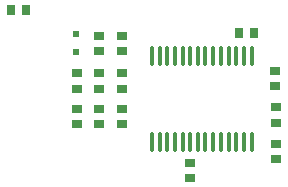
<source format=gtp>
%FSTAX23Y23*%
%MOIN*%
%SFA1B1*%

%IPPOS*%
%ADD16R,0.037400X0.027560*%
%ADD17R,0.027560X0.037400*%
%ADD18R,0.019680X0.023620*%
%ADD19O,0.015750X0.064960*%
%LNmidi_stick-1*%
%LPD*%
G54D16*
X03428Y02891D03*
Y0284D03*
X03353Y02891D03*
Y0284D03*
X03503Y02891D03*
Y0284D03*
X04016Y02775D03*
Y02724D03*
X03731Y0271D03*
Y02659D03*
X04016Y02896D03*
Y02845D03*
X04015Y02966D03*
Y03017D03*
X03428Y03084D03*
Y03135D03*
X03503Y03083D03*
Y03134D03*
Y03009D03*
Y02958D03*
X03428Y03009D03*
Y02958D03*
X03353Y03009D03*
Y02958D03*
G54D17*
X03945Y03145D03*
X03894D03*
X03185Y0322D03*
X03134D03*
G54D18*
X03352Y03139D03*
Y0308D03*
G54D19*
X03603Y02782D03*
X03629D03*
X03654D03*
X0368D03*
X03706D03*
X03731D03*
X03757D03*
X03782D03*
X03808D03*
X03833D03*
X03859D03*
X03885D03*
X0391D03*
X03936D03*
X03603Y03067D03*
X03629D03*
X03654D03*
X0368D03*
X03706D03*
X03731D03*
X03757D03*
X03782D03*
X03808D03*
X03833D03*
X03859D03*
X03885D03*
X0391D03*
X03936D03*
M02*
</source>
